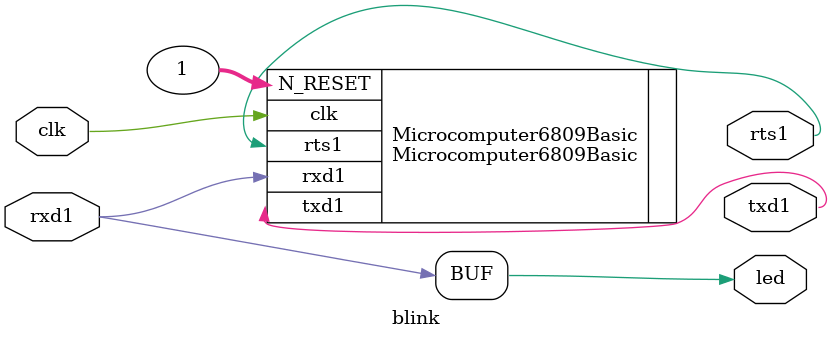
<source format=v>
module blink (clk, led, rxd1, txd1,rts1);

input clk;
output led;
output txd1;
input  rxd1;
output rts1; 

assign led = rxd1;



Microcomputer6809Basic Microcomputer6809Basic
(
  .N_RESET (1),
  .clk     (clk),
  .rxd1    (rxd1),
  .txd1    (txd1),
  .rts1    (rts1) 
);


endmodule
</source>
